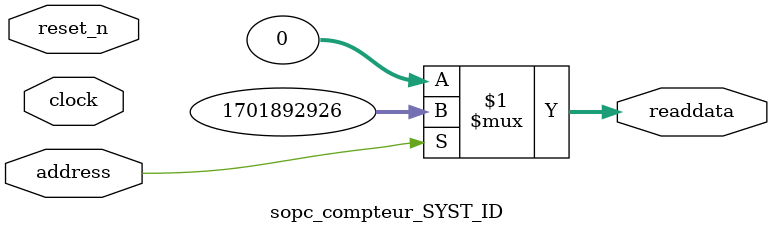
<source format=v>



// synthesis translate_off
`timescale 1ns / 1ps
// synthesis translate_on

// turn off superfluous verilog processor warnings 
// altera message_level Level1 
// altera message_off 10034 10035 10036 10037 10230 10240 10030 

module sopc_compteur_SYST_ID (
               // inputs:
                address,
                clock,
                reset_n,

               // outputs:
                readdata
             )
;

  output  [ 31: 0] readdata;
  input            address;
  input            clock;
  input            reset_n;

  wire    [ 31: 0] readdata;
  //control_slave, which is an e_avalon_slave
  assign readdata = address ? 1701892926 : 0;

endmodule



</source>
